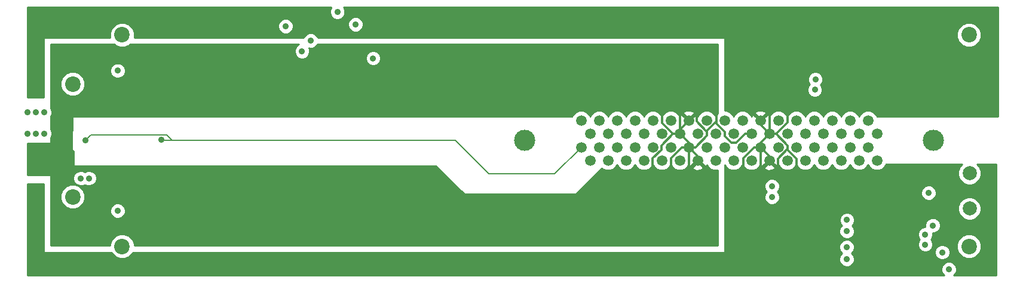
<source format=gbr>
G04 (created by PCBNEW (2013-mar-13)-testing) date Sat 16 Nov 2013 03:56:29 AM CET*
%MOIN*%
G04 Gerber Fmt 3.4, Leading zero omitted, Abs format*
%FSLAX34Y34*%
G01*
G70*
G90*
G04 APERTURE LIST*
%ADD10C,0.005906*%
%ADD11C,0.078740*%
%ADD12C,0.086614*%
%ADD13C,0.059055*%
%ADD14C,0.118110*%
%ADD15C,0.035000*%
%ADD16C,0.008200*%
%ADD17C,0.011811*%
%ADD18C,0.010000*%
G04 APERTURE END LIST*
G54D10*
G54D11*
X92550Y-54984D03*
X92550Y-53015D03*
G54D12*
X45275Y-45275D03*
X45275Y-57086D03*
X42519Y-48031D03*
X42519Y-54330D03*
G54D13*
X87383Y-50806D03*
X87383Y-52306D03*
X86883Y-50056D03*
X86883Y-51556D03*
X86383Y-50806D03*
X86383Y-52306D03*
X85883Y-50056D03*
X85883Y-51556D03*
X85383Y-50806D03*
X85383Y-52306D03*
X84883Y-50056D03*
X84883Y-51556D03*
X84383Y-50806D03*
X84383Y-52306D03*
X83883Y-50056D03*
X83883Y-51556D03*
X83383Y-50806D03*
X83383Y-52306D03*
X82883Y-50056D03*
X82883Y-51556D03*
X82383Y-50806D03*
X82383Y-52306D03*
X81883Y-50056D03*
X81883Y-51556D03*
X81383Y-50806D03*
X81383Y-52306D03*
X80883Y-50056D03*
X80883Y-51556D03*
X80383Y-50806D03*
X80383Y-52306D03*
X79883Y-50056D03*
X79883Y-51556D03*
X79383Y-50806D03*
X79383Y-52306D03*
X78883Y-50056D03*
X78883Y-51556D03*
X78383Y-50806D03*
X78383Y-52306D03*
X77883Y-50056D03*
X77883Y-51556D03*
X77383Y-50806D03*
X77383Y-52306D03*
X76883Y-50056D03*
X76883Y-51556D03*
X76383Y-50806D03*
X76383Y-52306D03*
X75883Y-50056D03*
X75883Y-51556D03*
X75383Y-50806D03*
X75383Y-52306D03*
X74883Y-50056D03*
X74883Y-51556D03*
X74383Y-50806D03*
X74383Y-52306D03*
X73883Y-50056D03*
X73883Y-51556D03*
X73383Y-50806D03*
X73383Y-52306D03*
X72883Y-50056D03*
X72883Y-51556D03*
X72383Y-50806D03*
X72383Y-52306D03*
X71883Y-50056D03*
X71883Y-51556D03*
X71383Y-50806D03*
X71383Y-52306D03*
X70883Y-50056D03*
X70883Y-51556D03*
G54D14*
X67733Y-51181D03*
X90533Y-51181D03*
G54D12*
X90551Y-51181D03*
X92519Y-45275D03*
X92519Y-57086D03*
G54D15*
X91030Y-57420D03*
X57290Y-44000D03*
X55310Y-46200D03*
X59280Y-46590D03*
X81530Y-54340D03*
X81530Y-53730D03*
X40452Y-50787D03*
X40000Y-49600D03*
X90080Y-56990D03*
X91399Y-58373D03*
X40944Y-49606D03*
X40452Y-49606D03*
X40944Y-50787D03*
X40000Y-50800D03*
X85705Y-57805D03*
X85715Y-55615D03*
X85705Y-57130D03*
X85705Y-56245D03*
X58300Y-44700D03*
X55800Y-45600D03*
X54400Y-44800D03*
X45030Y-47280D03*
X45030Y-55110D03*
X43428Y-53291D03*
X42973Y-53291D03*
X43246Y-51184D03*
X47471Y-51147D03*
X90080Y-56420D03*
X90500Y-55920D03*
X90270Y-54110D03*
X83920Y-48350D03*
X83950Y-47770D03*
X62500Y-44300D03*
X40354Y-47539D03*
X40354Y-47933D03*
X40452Y-54429D03*
X40452Y-54035D03*
X62500Y-46100D03*
X40944Y-52362D03*
X40452Y-52362D03*
X40944Y-51574D03*
X40452Y-51574D03*
G54D16*
X63484Y-51174D02*
X63870Y-51174D01*
X69388Y-53051D02*
X70883Y-51556D01*
X65748Y-53051D02*
X69388Y-53051D01*
X63870Y-51174D02*
X65748Y-53051D01*
X43246Y-51184D02*
X43246Y-51178D01*
X47768Y-50882D02*
X48060Y-51174D01*
X43542Y-50882D02*
X47768Y-50882D01*
X43246Y-51178D02*
X43542Y-50882D01*
X50160Y-51174D02*
X48060Y-51174D01*
X48060Y-51174D02*
X47498Y-51174D01*
X47498Y-51174D02*
X47471Y-51147D01*
X50160Y-51174D02*
X63484Y-51174D01*
X63484Y-51174D02*
X63490Y-51174D01*
X50160Y-51174D02*
X50180Y-51174D01*
G54D17*
X82381Y-51673D02*
X82913Y-52204D01*
X82913Y-52204D02*
X82913Y-52677D01*
X81752Y-50806D02*
X81752Y-50808D01*
X81850Y-52204D02*
X81850Y-52716D01*
X82401Y-51653D02*
X82381Y-51673D01*
X82381Y-51673D02*
X81850Y-52204D01*
X82401Y-51456D02*
X82401Y-51653D01*
X81752Y-50808D02*
X82401Y-51456D01*
X81383Y-50806D02*
X81752Y-50806D01*
X82401Y-50157D02*
X82401Y-49763D01*
X81752Y-50806D02*
X82401Y-50157D01*
X80883Y-51556D02*
X80530Y-51556D01*
X79921Y-52165D02*
X79921Y-52755D01*
X80530Y-51556D02*
X79921Y-52165D01*
X80883Y-51556D02*
X80883Y-52635D01*
X80883Y-52635D02*
X80905Y-52657D01*
X81383Y-50806D02*
X81383Y-49718D01*
X81383Y-49718D02*
X81397Y-49704D01*
X80883Y-51556D02*
X80883Y-51306D01*
X80883Y-51306D02*
X81383Y-50806D01*
X81383Y-52306D02*
X81383Y-52056D01*
X81383Y-52056D02*
X80883Y-51556D01*
X80883Y-50056D02*
X80883Y-50306D01*
X80883Y-50306D02*
X81383Y-50806D01*
X78425Y-50118D02*
X78425Y-50236D01*
X80020Y-50806D02*
X80383Y-50806D01*
X79527Y-51299D02*
X80020Y-50806D01*
X79251Y-51299D02*
X79527Y-51299D01*
X78897Y-50944D02*
X79251Y-51299D01*
X78897Y-50708D02*
X78897Y-50944D01*
X78425Y-50236D02*
X78897Y-50708D01*
X76883Y-51556D02*
X76883Y-52722D01*
X76883Y-52722D02*
X76850Y-52755D01*
X77913Y-50629D02*
X77834Y-50629D01*
X77322Y-50118D02*
X77322Y-49527D01*
X77834Y-50629D02*
X77322Y-50118D01*
X76883Y-51556D02*
X77262Y-51556D01*
X78425Y-50118D02*
X78425Y-49763D01*
X77913Y-50629D02*
X78425Y-50118D01*
X77913Y-50905D02*
X77913Y-50629D01*
X77262Y-51556D02*
X77913Y-50905D01*
X76002Y-50806D02*
X76002Y-50808D01*
X74881Y-52165D02*
X74881Y-52677D01*
X75354Y-51692D02*
X74881Y-52165D01*
X75354Y-51456D02*
X75354Y-51692D01*
X76002Y-50808D02*
X75354Y-51456D01*
X76883Y-51556D02*
X76495Y-51556D01*
X75885Y-52165D02*
X75885Y-52657D01*
X76495Y-51556D02*
X75885Y-52165D01*
X76383Y-50806D02*
X76002Y-50806D01*
X75393Y-50196D02*
X75393Y-49704D01*
X76002Y-50806D02*
X75393Y-50196D01*
X76383Y-50806D02*
X76383Y-49612D01*
X76383Y-49612D02*
X76377Y-49606D01*
X76383Y-50806D02*
X76383Y-50556D01*
X76383Y-50556D02*
X76883Y-50056D01*
X76883Y-51556D02*
X76883Y-51306D01*
X76883Y-51306D02*
X76383Y-50806D01*
X77383Y-52306D02*
X77383Y-52056D01*
X77383Y-52056D02*
X76883Y-51556D01*
G54D10*
G36*
X78493Y-57036D02*
X77695Y-57036D01*
X77695Y-52688D01*
X77383Y-52376D01*
X77072Y-52688D01*
X77098Y-52783D01*
X77303Y-52856D01*
X77519Y-52845D01*
X77668Y-52783D01*
X77695Y-52688D01*
X77695Y-57036D01*
X45958Y-57036D01*
X45958Y-56951D01*
X45855Y-56700D01*
X45663Y-56507D01*
X45455Y-56421D01*
X45455Y-55025D01*
X45390Y-54869D01*
X45271Y-54749D01*
X45114Y-54685D01*
X44945Y-54684D01*
X44789Y-54749D01*
X44669Y-54868D01*
X44605Y-55025D01*
X44604Y-55194D01*
X44669Y-55350D01*
X44788Y-55470D01*
X44945Y-55534D01*
X45114Y-55535D01*
X45270Y-55470D01*
X45390Y-55351D01*
X45454Y-55194D01*
X45455Y-55025D01*
X45455Y-56421D01*
X45412Y-56403D01*
X45140Y-56403D01*
X44889Y-56507D01*
X44696Y-56699D01*
X44592Y-56950D01*
X44592Y-57036D01*
X43853Y-57036D01*
X43853Y-53206D01*
X43788Y-53050D01*
X43669Y-52930D01*
X43512Y-52866D01*
X43343Y-52865D01*
X43200Y-52925D01*
X43057Y-52866D01*
X42888Y-52865D01*
X42732Y-52930D01*
X42612Y-53049D01*
X42548Y-53206D01*
X42547Y-53375D01*
X42612Y-53531D01*
X42731Y-53651D01*
X42888Y-53715D01*
X43057Y-53716D01*
X43200Y-53656D01*
X43343Y-53715D01*
X43512Y-53716D01*
X43668Y-53651D01*
X43788Y-53532D01*
X43852Y-53375D01*
X43853Y-53206D01*
X43853Y-57036D01*
X43202Y-57036D01*
X43202Y-54195D01*
X43099Y-53944D01*
X42907Y-53751D01*
X42656Y-53647D01*
X42384Y-53647D01*
X42133Y-53751D01*
X41940Y-53943D01*
X41836Y-54194D01*
X41836Y-54465D01*
X41940Y-54717D01*
X42132Y-54909D01*
X42383Y-55013D01*
X42654Y-55013D01*
X42906Y-54910D01*
X43098Y-54718D01*
X43202Y-54467D01*
X43202Y-54195D01*
X43202Y-57036D01*
X41290Y-57036D01*
X41290Y-53099D01*
X40010Y-53099D01*
X40010Y-51329D01*
X41290Y-51329D01*
X41290Y-51043D01*
X41304Y-51028D01*
X41369Y-50872D01*
X41369Y-50703D01*
X41305Y-50546D01*
X41290Y-50531D01*
X41290Y-49862D01*
X41304Y-49847D01*
X41369Y-49691D01*
X41369Y-49522D01*
X41305Y-49365D01*
X41290Y-49350D01*
X41290Y-45817D01*
X44851Y-45817D01*
X44888Y-45854D01*
X45139Y-45958D01*
X45410Y-45958D01*
X45662Y-45855D01*
X45699Y-45817D01*
X55122Y-45817D01*
X55069Y-45839D01*
X54949Y-45958D01*
X54885Y-46115D01*
X54884Y-46284D01*
X54949Y-46440D01*
X55068Y-46560D01*
X55225Y-46624D01*
X55394Y-46625D01*
X55550Y-46560D01*
X55670Y-46441D01*
X55734Y-46284D01*
X55735Y-46115D01*
X55693Y-46016D01*
X55715Y-46024D01*
X55884Y-46025D01*
X56040Y-45960D01*
X56160Y-45841D01*
X56169Y-45817D01*
X78493Y-45817D01*
X78493Y-49675D01*
X78421Y-49746D01*
X78383Y-49838D01*
X78346Y-49747D01*
X78193Y-49594D01*
X77992Y-49510D01*
X77775Y-49510D01*
X77575Y-49593D01*
X77421Y-49746D01*
X77386Y-49832D01*
X77361Y-49771D01*
X77266Y-49744D01*
X77159Y-49851D01*
X77017Y-49851D01*
X77195Y-49673D01*
X77168Y-49578D01*
X76964Y-49506D01*
X76747Y-49517D01*
X76598Y-49578D01*
X76572Y-49673D01*
X76750Y-49851D01*
X76608Y-49851D01*
X76501Y-49744D01*
X76406Y-49771D01*
X76383Y-49836D01*
X76346Y-49747D01*
X76193Y-49594D01*
X75992Y-49510D01*
X75775Y-49510D01*
X75575Y-49593D01*
X75421Y-49746D01*
X75383Y-49838D01*
X75346Y-49747D01*
X75193Y-49594D01*
X74992Y-49510D01*
X74775Y-49510D01*
X74575Y-49593D01*
X74421Y-49746D01*
X74383Y-49838D01*
X74346Y-49747D01*
X74193Y-49594D01*
X73992Y-49510D01*
X73775Y-49510D01*
X73575Y-49593D01*
X73421Y-49746D01*
X73383Y-49838D01*
X73346Y-49747D01*
X73193Y-49594D01*
X72992Y-49510D01*
X72775Y-49510D01*
X72575Y-49593D01*
X72421Y-49746D01*
X72383Y-49838D01*
X72346Y-49747D01*
X72193Y-49594D01*
X71992Y-49510D01*
X71775Y-49510D01*
X71575Y-49593D01*
X71421Y-49746D01*
X71383Y-49838D01*
X71346Y-49747D01*
X71193Y-49594D01*
X70992Y-49510D01*
X70775Y-49510D01*
X70575Y-49593D01*
X70421Y-49746D01*
X70378Y-49851D01*
X59705Y-49851D01*
X59705Y-46505D01*
X59640Y-46349D01*
X59521Y-46229D01*
X59364Y-46165D01*
X59195Y-46164D01*
X59039Y-46229D01*
X58919Y-46348D01*
X58855Y-46505D01*
X58854Y-46674D01*
X58919Y-46830D01*
X59038Y-46950D01*
X59195Y-47014D01*
X59364Y-47015D01*
X59520Y-46950D01*
X59640Y-46831D01*
X59704Y-46674D01*
X59705Y-46505D01*
X59705Y-49851D01*
X45455Y-49851D01*
X45455Y-47195D01*
X45390Y-47039D01*
X45271Y-46919D01*
X45114Y-46855D01*
X44945Y-46854D01*
X44789Y-46919D01*
X44669Y-47038D01*
X44605Y-47195D01*
X44604Y-47364D01*
X44669Y-47520D01*
X44788Y-47640D01*
X44945Y-47704D01*
X45114Y-47705D01*
X45270Y-47640D01*
X45390Y-47521D01*
X45454Y-47364D01*
X45455Y-47195D01*
X45455Y-49851D01*
X43202Y-49851D01*
X43202Y-47896D01*
X43099Y-47645D01*
X42907Y-47452D01*
X42656Y-47348D01*
X42384Y-47348D01*
X42133Y-47452D01*
X41940Y-47644D01*
X41836Y-47895D01*
X41836Y-48166D01*
X41940Y-48417D01*
X42132Y-48610D01*
X42383Y-48714D01*
X42654Y-48714D01*
X42906Y-48610D01*
X43098Y-48418D01*
X43202Y-48167D01*
X43202Y-47896D01*
X43202Y-49851D01*
X42506Y-49851D01*
X42512Y-50649D01*
X42464Y-50677D01*
X42464Y-51707D01*
X42568Y-51768D01*
X42568Y-52609D01*
X62774Y-52609D01*
X64349Y-54183D01*
X70591Y-54183D01*
X72040Y-52734D01*
X72074Y-52768D01*
X72274Y-52851D01*
X72491Y-52851D01*
X72692Y-52768D01*
X72845Y-52615D01*
X72883Y-52523D01*
X72921Y-52614D01*
X73074Y-52768D01*
X73274Y-52851D01*
X73491Y-52851D01*
X73692Y-52768D01*
X73845Y-52615D01*
X73883Y-52523D01*
X73921Y-52614D01*
X74074Y-52768D01*
X74274Y-52851D01*
X74491Y-52851D01*
X74692Y-52768D01*
X74845Y-52615D01*
X74883Y-52523D01*
X74921Y-52614D01*
X75074Y-52768D01*
X75274Y-52851D01*
X75491Y-52851D01*
X75692Y-52768D01*
X75845Y-52615D01*
X75883Y-52523D01*
X75921Y-52614D01*
X76074Y-52768D01*
X76274Y-52851D01*
X76491Y-52851D01*
X76692Y-52768D01*
X76845Y-52615D01*
X76881Y-52530D01*
X76906Y-52591D01*
X77001Y-52617D01*
X77313Y-52306D01*
X77307Y-52300D01*
X77375Y-52232D01*
X77381Y-52232D01*
X77383Y-52235D01*
X77386Y-52232D01*
X77392Y-52232D01*
X77460Y-52300D01*
X77454Y-52306D01*
X77766Y-52617D01*
X77861Y-52591D01*
X77884Y-52525D01*
X77921Y-52614D01*
X78074Y-52768D01*
X78274Y-52851D01*
X78491Y-52851D01*
X78493Y-52850D01*
X78493Y-57036D01*
X78493Y-57036D01*
G37*
G54D18*
X78493Y-57036D02*
X77695Y-57036D01*
X77695Y-52688D01*
X77383Y-52376D01*
X77072Y-52688D01*
X77098Y-52783D01*
X77303Y-52856D01*
X77519Y-52845D01*
X77668Y-52783D01*
X77695Y-52688D01*
X77695Y-57036D01*
X45958Y-57036D01*
X45958Y-56951D01*
X45855Y-56700D01*
X45663Y-56507D01*
X45455Y-56421D01*
X45455Y-55025D01*
X45390Y-54869D01*
X45271Y-54749D01*
X45114Y-54685D01*
X44945Y-54684D01*
X44789Y-54749D01*
X44669Y-54868D01*
X44605Y-55025D01*
X44604Y-55194D01*
X44669Y-55350D01*
X44788Y-55470D01*
X44945Y-55534D01*
X45114Y-55535D01*
X45270Y-55470D01*
X45390Y-55351D01*
X45454Y-55194D01*
X45455Y-55025D01*
X45455Y-56421D01*
X45412Y-56403D01*
X45140Y-56403D01*
X44889Y-56507D01*
X44696Y-56699D01*
X44592Y-56950D01*
X44592Y-57036D01*
X43853Y-57036D01*
X43853Y-53206D01*
X43788Y-53050D01*
X43669Y-52930D01*
X43512Y-52866D01*
X43343Y-52865D01*
X43200Y-52925D01*
X43057Y-52866D01*
X42888Y-52865D01*
X42732Y-52930D01*
X42612Y-53049D01*
X42548Y-53206D01*
X42547Y-53375D01*
X42612Y-53531D01*
X42731Y-53651D01*
X42888Y-53715D01*
X43057Y-53716D01*
X43200Y-53656D01*
X43343Y-53715D01*
X43512Y-53716D01*
X43668Y-53651D01*
X43788Y-53532D01*
X43852Y-53375D01*
X43853Y-53206D01*
X43853Y-57036D01*
X43202Y-57036D01*
X43202Y-54195D01*
X43099Y-53944D01*
X42907Y-53751D01*
X42656Y-53647D01*
X42384Y-53647D01*
X42133Y-53751D01*
X41940Y-53943D01*
X41836Y-54194D01*
X41836Y-54465D01*
X41940Y-54717D01*
X42132Y-54909D01*
X42383Y-55013D01*
X42654Y-55013D01*
X42906Y-54910D01*
X43098Y-54718D01*
X43202Y-54467D01*
X43202Y-54195D01*
X43202Y-57036D01*
X41290Y-57036D01*
X41290Y-53099D01*
X40010Y-53099D01*
X40010Y-51329D01*
X41290Y-51329D01*
X41290Y-51043D01*
X41304Y-51028D01*
X41369Y-50872D01*
X41369Y-50703D01*
X41305Y-50546D01*
X41290Y-50531D01*
X41290Y-49862D01*
X41304Y-49847D01*
X41369Y-49691D01*
X41369Y-49522D01*
X41305Y-49365D01*
X41290Y-49350D01*
X41290Y-45817D01*
X44851Y-45817D01*
X44888Y-45854D01*
X45139Y-45958D01*
X45410Y-45958D01*
X45662Y-45855D01*
X45699Y-45817D01*
X55122Y-45817D01*
X55069Y-45839D01*
X54949Y-45958D01*
X54885Y-46115D01*
X54884Y-46284D01*
X54949Y-46440D01*
X55068Y-46560D01*
X55225Y-46624D01*
X55394Y-46625D01*
X55550Y-46560D01*
X55670Y-46441D01*
X55734Y-46284D01*
X55735Y-46115D01*
X55693Y-46016D01*
X55715Y-46024D01*
X55884Y-46025D01*
X56040Y-45960D01*
X56160Y-45841D01*
X56169Y-45817D01*
X78493Y-45817D01*
X78493Y-49675D01*
X78421Y-49746D01*
X78383Y-49838D01*
X78346Y-49747D01*
X78193Y-49594D01*
X77992Y-49510D01*
X77775Y-49510D01*
X77575Y-49593D01*
X77421Y-49746D01*
X77386Y-49832D01*
X77361Y-49771D01*
X77266Y-49744D01*
X77159Y-49851D01*
X77017Y-49851D01*
X77195Y-49673D01*
X77168Y-49578D01*
X76964Y-49506D01*
X76747Y-49517D01*
X76598Y-49578D01*
X76572Y-49673D01*
X76750Y-49851D01*
X76608Y-49851D01*
X76501Y-49744D01*
X76406Y-49771D01*
X76383Y-49836D01*
X76346Y-49747D01*
X76193Y-49594D01*
X75992Y-49510D01*
X75775Y-49510D01*
X75575Y-49593D01*
X75421Y-49746D01*
X75383Y-49838D01*
X75346Y-49747D01*
X75193Y-49594D01*
X74992Y-49510D01*
X74775Y-49510D01*
X74575Y-49593D01*
X74421Y-49746D01*
X74383Y-49838D01*
X74346Y-49747D01*
X74193Y-49594D01*
X73992Y-49510D01*
X73775Y-49510D01*
X73575Y-49593D01*
X73421Y-49746D01*
X73383Y-49838D01*
X73346Y-49747D01*
X73193Y-49594D01*
X72992Y-49510D01*
X72775Y-49510D01*
X72575Y-49593D01*
X72421Y-49746D01*
X72383Y-49838D01*
X72346Y-49747D01*
X72193Y-49594D01*
X71992Y-49510D01*
X71775Y-49510D01*
X71575Y-49593D01*
X71421Y-49746D01*
X71383Y-49838D01*
X71346Y-49747D01*
X71193Y-49594D01*
X70992Y-49510D01*
X70775Y-49510D01*
X70575Y-49593D01*
X70421Y-49746D01*
X70378Y-49851D01*
X59705Y-49851D01*
X59705Y-46505D01*
X59640Y-46349D01*
X59521Y-46229D01*
X59364Y-46165D01*
X59195Y-46164D01*
X59039Y-46229D01*
X58919Y-46348D01*
X58855Y-46505D01*
X58854Y-46674D01*
X58919Y-46830D01*
X59038Y-46950D01*
X59195Y-47014D01*
X59364Y-47015D01*
X59520Y-46950D01*
X59640Y-46831D01*
X59704Y-46674D01*
X59705Y-46505D01*
X59705Y-49851D01*
X45455Y-49851D01*
X45455Y-47195D01*
X45390Y-47039D01*
X45271Y-46919D01*
X45114Y-46855D01*
X44945Y-46854D01*
X44789Y-46919D01*
X44669Y-47038D01*
X44605Y-47195D01*
X44604Y-47364D01*
X44669Y-47520D01*
X44788Y-47640D01*
X44945Y-47704D01*
X45114Y-47705D01*
X45270Y-47640D01*
X45390Y-47521D01*
X45454Y-47364D01*
X45455Y-47195D01*
X45455Y-49851D01*
X43202Y-49851D01*
X43202Y-47896D01*
X43099Y-47645D01*
X42907Y-47452D01*
X42656Y-47348D01*
X42384Y-47348D01*
X42133Y-47452D01*
X41940Y-47644D01*
X41836Y-47895D01*
X41836Y-48166D01*
X41940Y-48417D01*
X42132Y-48610D01*
X42383Y-48714D01*
X42654Y-48714D01*
X42906Y-48610D01*
X43098Y-48418D01*
X43202Y-48167D01*
X43202Y-47896D01*
X43202Y-49851D01*
X42506Y-49851D01*
X42512Y-50649D01*
X42464Y-50677D01*
X42464Y-51707D01*
X42568Y-51768D01*
X42568Y-52609D01*
X62774Y-52609D01*
X64349Y-54183D01*
X70591Y-54183D01*
X72040Y-52734D01*
X72074Y-52768D01*
X72274Y-52851D01*
X72491Y-52851D01*
X72692Y-52768D01*
X72845Y-52615D01*
X72883Y-52523D01*
X72921Y-52614D01*
X73074Y-52768D01*
X73274Y-52851D01*
X73491Y-52851D01*
X73692Y-52768D01*
X73845Y-52615D01*
X73883Y-52523D01*
X73921Y-52614D01*
X74074Y-52768D01*
X74274Y-52851D01*
X74491Y-52851D01*
X74692Y-52768D01*
X74845Y-52615D01*
X74883Y-52523D01*
X74921Y-52614D01*
X75074Y-52768D01*
X75274Y-52851D01*
X75491Y-52851D01*
X75692Y-52768D01*
X75845Y-52615D01*
X75883Y-52523D01*
X75921Y-52614D01*
X76074Y-52768D01*
X76274Y-52851D01*
X76491Y-52851D01*
X76692Y-52768D01*
X76845Y-52615D01*
X76881Y-52530D01*
X76906Y-52591D01*
X77001Y-52617D01*
X77313Y-52306D01*
X77307Y-52300D01*
X77375Y-52232D01*
X77381Y-52232D01*
X77383Y-52235D01*
X77386Y-52232D01*
X77392Y-52232D01*
X77460Y-52300D01*
X77454Y-52306D01*
X77766Y-52617D01*
X77861Y-52591D01*
X77884Y-52525D01*
X77921Y-52614D01*
X78074Y-52768D01*
X78274Y-52851D01*
X78491Y-52851D01*
X78493Y-52850D01*
X78493Y-57036D01*
G54D10*
G36*
X94142Y-49851D02*
X93202Y-49851D01*
X93202Y-45140D01*
X93099Y-44889D01*
X92907Y-44696D01*
X92656Y-44592D01*
X92384Y-44592D01*
X92133Y-44696D01*
X91940Y-44888D01*
X91836Y-45139D01*
X91836Y-45410D01*
X91940Y-45662D01*
X92132Y-45854D01*
X92383Y-45958D01*
X92654Y-45958D01*
X92906Y-45855D01*
X93098Y-45663D01*
X93202Y-45412D01*
X93202Y-45140D01*
X93202Y-49851D01*
X87389Y-49851D01*
X87346Y-49747D01*
X87193Y-49594D01*
X86992Y-49510D01*
X86775Y-49510D01*
X86575Y-49593D01*
X86421Y-49746D01*
X86383Y-49838D01*
X86346Y-49747D01*
X86193Y-49594D01*
X85992Y-49510D01*
X85775Y-49510D01*
X85575Y-49593D01*
X85421Y-49746D01*
X85383Y-49838D01*
X85346Y-49747D01*
X85193Y-49594D01*
X84992Y-49510D01*
X84775Y-49510D01*
X84575Y-49593D01*
X84421Y-49746D01*
X84383Y-49838D01*
X84375Y-49817D01*
X84375Y-47685D01*
X84310Y-47529D01*
X84191Y-47409D01*
X84034Y-47345D01*
X83865Y-47344D01*
X83709Y-47409D01*
X83589Y-47528D01*
X83525Y-47685D01*
X83524Y-47854D01*
X83589Y-48010D01*
X83623Y-48044D01*
X83559Y-48108D01*
X83495Y-48265D01*
X83494Y-48434D01*
X83559Y-48590D01*
X83678Y-48710D01*
X83835Y-48774D01*
X84004Y-48775D01*
X84160Y-48710D01*
X84280Y-48591D01*
X84344Y-48434D01*
X84345Y-48265D01*
X84280Y-48109D01*
X84246Y-48075D01*
X84310Y-48011D01*
X84374Y-47854D01*
X84375Y-47685D01*
X84375Y-49817D01*
X84346Y-49747D01*
X84193Y-49594D01*
X83992Y-49510D01*
X83775Y-49510D01*
X83575Y-49593D01*
X83421Y-49746D01*
X83383Y-49838D01*
X83346Y-49747D01*
X83193Y-49594D01*
X82992Y-49510D01*
X82775Y-49510D01*
X82575Y-49593D01*
X82421Y-49746D01*
X82383Y-49838D01*
X82346Y-49747D01*
X82193Y-49594D01*
X81992Y-49510D01*
X81775Y-49510D01*
X81575Y-49593D01*
X81421Y-49746D01*
X81386Y-49832D01*
X81361Y-49771D01*
X81266Y-49744D01*
X81159Y-49851D01*
X81017Y-49851D01*
X81195Y-49673D01*
X81168Y-49578D01*
X80964Y-49506D01*
X80747Y-49517D01*
X80598Y-49578D01*
X80572Y-49673D01*
X80750Y-49851D01*
X80608Y-49851D01*
X80501Y-49744D01*
X80406Y-49771D01*
X80383Y-49836D01*
X80346Y-49747D01*
X80193Y-49594D01*
X79992Y-49510D01*
X79775Y-49510D01*
X79575Y-49593D01*
X79421Y-49746D01*
X79383Y-49838D01*
X79346Y-49747D01*
X79193Y-49594D01*
X78992Y-49510D01*
X78888Y-49510D01*
X78888Y-45422D01*
X58725Y-45422D01*
X58725Y-44615D01*
X58660Y-44459D01*
X58541Y-44339D01*
X58384Y-44275D01*
X58215Y-44274D01*
X58059Y-44339D01*
X57939Y-44458D01*
X57875Y-44615D01*
X57874Y-44784D01*
X57939Y-44940D01*
X58058Y-45060D01*
X58215Y-45124D01*
X58384Y-45125D01*
X58540Y-45060D01*
X58660Y-44941D01*
X58724Y-44784D01*
X58725Y-44615D01*
X58725Y-45422D01*
X56186Y-45422D01*
X56160Y-45359D01*
X56041Y-45239D01*
X55884Y-45175D01*
X55715Y-45174D01*
X55559Y-45239D01*
X55439Y-45358D01*
X55413Y-45422D01*
X54825Y-45422D01*
X54825Y-44715D01*
X54760Y-44559D01*
X54641Y-44439D01*
X54484Y-44375D01*
X54315Y-44374D01*
X54159Y-44439D01*
X54039Y-44558D01*
X53975Y-44715D01*
X53974Y-44884D01*
X54039Y-45040D01*
X54158Y-45160D01*
X54315Y-45224D01*
X54484Y-45225D01*
X54640Y-45160D01*
X54760Y-45041D01*
X54824Y-44884D01*
X54825Y-44715D01*
X54825Y-45422D01*
X45954Y-45422D01*
X45958Y-45412D01*
X45958Y-45140D01*
X45855Y-44889D01*
X45663Y-44696D01*
X45412Y-44592D01*
X45140Y-44592D01*
X44889Y-44696D01*
X44696Y-44888D01*
X44592Y-45139D01*
X44592Y-45410D01*
X44597Y-45422D01*
X40894Y-45422D01*
X40894Y-48768D01*
X40010Y-48768D01*
X40010Y-43750D01*
X56938Y-43750D01*
X56929Y-43758D01*
X56865Y-43915D01*
X56864Y-44084D01*
X56929Y-44240D01*
X57048Y-44360D01*
X57205Y-44424D01*
X57374Y-44425D01*
X57530Y-44360D01*
X57650Y-44241D01*
X57714Y-44084D01*
X57715Y-43915D01*
X57650Y-43759D01*
X57641Y-43750D01*
X94142Y-43750D01*
X94142Y-49851D01*
X94142Y-49851D01*
G37*
G54D18*
X94142Y-49851D02*
X93202Y-49851D01*
X93202Y-45140D01*
X93099Y-44889D01*
X92907Y-44696D01*
X92656Y-44592D01*
X92384Y-44592D01*
X92133Y-44696D01*
X91940Y-44888D01*
X91836Y-45139D01*
X91836Y-45410D01*
X91940Y-45662D01*
X92132Y-45854D01*
X92383Y-45958D01*
X92654Y-45958D01*
X92906Y-45855D01*
X93098Y-45663D01*
X93202Y-45412D01*
X93202Y-45140D01*
X93202Y-49851D01*
X87389Y-49851D01*
X87346Y-49747D01*
X87193Y-49594D01*
X86992Y-49510D01*
X86775Y-49510D01*
X86575Y-49593D01*
X86421Y-49746D01*
X86383Y-49838D01*
X86346Y-49747D01*
X86193Y-49594D01*
X85992Y-49510D01*
X85775Y-49510D01*
X85575Y-49593D01*
X85421Y-49746D01*
X85383Y-49838D01*
X85346Y-49747D01*
X85193Y-49594D01*
X84992Y-49510D01*
X84775Y-49510D01*
X84575Y-49593D01*
X84421Y-49746D01*
X84383Y-49838D01*
X84375Y-49817D01*
X84375Y-47685D01*
X84310Y-47529D01*
X84191Y-47409D01*
X84034Y-47345D01*
X83865Y-47344D01*
X83709Y-47409D01*
X83589Y-47528D01*
X83525Y-47685D01*
X83524Y-47854D01*
X83589Y-48010D01*
X83623Y-48044D01*
X83559Y-48108D01*
X83495Y-48265D01*
X83494Y-48434D01*
X83559Y-48590D01*
X83678Y-48710D01*
X83835Y-48774D01*
X84004Y-48775D01*
X84160Y-48710D01*
X84280Y-48591D01*
X84344Y-48434D01*
X84345Y-48265D01*
X84280Y-48109D01*
X84246Y-48075D01*
X84310Y-48011D01*
X84374Y-47854D01*
X84375Y-47685D01*
X84375Y-49817D01*
X84346Y-49747D01*
X84193Y-49594D01*
X83992Y-49510D01*
X83775Y-49510D01*
X83575Y-49593D01*
X83421Y-49746D01*
X83383Y-49838D01*
X83346Y-49747D01*
X83193Y-49594D01*
X82992Y-49510D01*
X82775Y-49510D01*
X82575Y-49593D01*
X82421Y-49746D01*
X82383Y-49838D01*
X82346Y-49747D01*
X82193Y-49594D01*
X81992Y-49510D01*
X81775Y-49510D01*
X81575Y-49593D01*
X81421Y-49746D01*
X81386Y-49832D01*
X81361Y-49771D01*
X81266Y-49744D01*
X81159Y-49851D01*
X81017Y-49851D01*
X81195Y-49673D01*
X81168Y-49578D01*
X80964Y-49506D01*
X80747Y-49517D01*
X80598Y-49578D01*
X80572Y-49673D01*
X80750Y-49851D01*
X80608Y-49851D01*
X80501Y-49744D01*
X80406Y-49771D01*
X80383Y-49836D01*
X80346Y-49747D01*
X80193Y-49594D01*
X79992Y-49510D01*
X79775Y-49510D01*
X79575Y-49593D01*
X79421Y-49746D01*
X79383Y-49838D01*
X79346Y-49747D01*
X79193Y-49594D01*
X78992Y-49510D01*
X78888Y-49510D01*
X78888Y-45422D01*
X58725Y-45422D01*
X58725Y-44615D01*
X58660Y-44459D01*
X58541Y-44339D01*
X58384Y-44275D01*
X58215Y-44274D01*
X58059Y-44339D01*
X57939Y-44458D01*
X57875Y-44615D01*
X57874Y-44784D01*
X57939Y-44940D01*
X58058Y-45060D01*
X58215Y-45124D01*
X58384Y-45125D01*
X58540Y-45060D01*
X58660Y-44941D01*
X58724Y-44784D01*
X58725Y-44615D01*
X58725Y-45422D01*
X56186Y-45422D01*
X56160Y-45359D01*
X56041Y-45239D01*
X55884Y-45175D01*
X55715Y-45174D01*
X55559Y-45239D01*
X55439Y-45358D01*
X55413Y-45422D01*
X54825Y-45422D01*
X54825Y-44715D01*
X54760Y-44559D01*
X54641Y-44439D01*
X54484Y-44375D01*
X54315Y-44374D01*
X54159Y-44439D01*
X54039Y-44558D01*
X53975Y-44715D01*
X53974Y-44884D01*
X54039Y-45040D01*
X54158Y-45160D01*
X54315Y-45224D01*
X54484Y-45225D01*
X54640Y-45160D01*
X54760Y-45041D01*
X54824Y-44884D01*
X54825Y-44715D01*
X54825Y-45422D01*
X45954Y-45422D01*
X45958Y-45412D01*
X45958Y-45140D01*
X45855Y-44889D01*
X45663Y-44696D01*
X45412Y-44592D01*
X45140Y-44592D01*
X44889Y-44696D01*
X44696Y-44888D01*
X44592Y-45139D01*
X44592Y-45410D01*
X44597Y-45422D01*
X40894Y-45422D01*
X40894Y-48768D01*
X40010Y-48768D01*
X40010Y-43750D01*
X56938Y-43750D01*
X56929Y-43758D01*
X56865Y-43915D01*
X56864Y-44084D01*
X56929Y-44240D01*
X57048Y-44360D01*
X57205Y-44424D01*
X57374Y-44425D01*
X57530Y-44360D01*
X57650Y-44241D01*
X57714Y-44084D01*
X57715Y-43915D01*
X57650Y-43759D01*
X57641Y-43750D01*
X94142Y-43750D01*
X94142Y-49851D01*
G54D10*
G36*
X94044Y-58709D02*
X93202Y-58709D01*
X93202Y-56951D01*
X93193Y-56929D01*
X93193Y-54856D01*
X93096Y-54620D01*
X92915Y-54438D01*
X92678Y-54340D01*
X92422Y-54340D01*
X92185Y-54438D01*
X92004Y-54619D01*
X91906Y-54855D01*
X91906Y-55111D01*
X92003Y-55348D01*
X92184Y-55529D01*
X92421Y-55627D01*
X92677Y-55628D01*
X92914Y-55530D01*
X93095Y-55349D01*
X93193Y-55112D01*
X93193Y-54856D01*
X93193Y-56929D01*
X93099Y-56700D01*
X92907Y-56507D01*
X92656Y-56403D01*
X92384Y-56403D01*
X92133Y-56507D01*
X91940Y-56699D01*
X91836Y-56950D01*
X91836Y-57221D01*
X91940Y-57473D01*
X92132Y-57665D01*
X92383Y-57769D01*
X92654Y-57769D01*
X92906Y-57666D01*
X93098Y-57474D01*
X93202Y-57223D01*
X93202Y-56951D01*
X93202Y-58709D01*
X91663Y-58709D01*
X91759Y-58614D01*
X91823Y-58457D01*
X91824Y-58288D01*
X91759Y-58132D01*
X91640Y-58012D01*
X91483Y-57948D01*
X91455Y-57948D01*
X91455Y-57335D01*
X91390Y-57179D01*
X91271Y-57059D01*
X91114Y-56995D01*
X90945Y-56994D01*
X90925Y-57003D01*
X90925Y-55835D01*
X90860Y-55679D01*
X90741Y-55559D01*
X90695Y-55540D01*
X90695Y-54025D01*
X90630Y-53869D01*
X90511Y-53749D01*
X90354Y-53685D01*
X90185Y-53684D01*
X90029Y-53749D01*
X89909Y-53868D01*
X89845Y-54025D01*
X89844Y-54194D01*
X89909Y-54350D01*
X90028Y-54470D01*
X90185Y-54534D01*
X90354Y-54535D01*
X90510Y-54470D01*
X90630Y-54351D01*
X90694Y-54194D01*
X90695Y-54025D01*
X90695Y-55540D01*
X90584Y-55495D01*
X90415Y-55494D01*
X90259Y-55559D01*
X90139Y-55678D01*
X90075Y-55835D01*
X90074Y-55994D01*
X89995Y-55994D01*
X89839Y-56059D01*
X89719Y-56178D01*
X89655Y-56335D01*
X89654Y-56504D01*
X89719Y-56660D01*
X89763Y-56704D01*
X89719Y-56748D01*
X89655Y-56905D01*
X89654Y-57074D01*
X89719Y-57230D01*
X89838Y-57350D01*
X89995Y-57414D01*
X90164Y-57415D01*
X90320Y-57350D01*
X90440Y-57231D01*
X90504Y-57074D01*
X90505Y-56905D01*
X90440Y-56749D01*
X90396Y-56705D01*
X90440Y-56661D01*
X90504Y-56504D01*
X90505Y-56345D01*
X90584Y-56345D01*
X90740Y-56280D01*
X90860Y-56161D01*
X90924Y-56004D01*
X90925Y-55835D01*
X90925Y-57003D01*
X90789Y-57059D01*
X90669Y-57178D01*
X90605Y-57335D01*
X90604Y-57504D01*
X90669Y-57660D01*
X90788Y-57780D01*
X90945Y-57844D01*
X91114Y-57845D01*
X91270Y-57780D01*
X91390Y-57661D01*
X91454Y-57504D01*
X91455Y-57335D01*
X91455Y-57948D01*
X91314Y-57947D01*
X91158Y-58012D01*
X91038Y-58131D01*
X90974Y-58288D01*
X90973Y-58457D01*
X91038Y-58613D01*
X91134Y-58709D01*
X86140Y-58709D01*
X86140Y-55530D01*
X86075Y-55374D01*
X85956Y-55254D01*
X85799Y-55190D01*
X85630Y-55189D01*
X85474Y-55254D01*
X85354Y-55373D01*
X85290Y-55530D01*
X85289Y-55699D01*
X85354Y-55855D01*
X85423Y-55925D01*
X85344Y-56003D01*
X85280Y-56160D01*
X85279Y-56329D01*
X85344Y-56485D01*
X85463Y-56605D01*
X85620Y-56669D01*
X85789Y-56670D01*
X85945Y-56605D01*
X86065Y-56486D01*
X86129Y-56329D01*
X86130Y-56160D01*
X86065Y-56004D01*
X85996Y-55934D01*
X86075Y-55856D01*
X86139Y-55699D01*
X86140Y-55530D01*
X86140Y-58709D01*
X86130Y-58709D01*
X86130Y-57720D01*
X86065Y-57564D01*
X85968Y-57467D01*
X86065Y-57371D01*
X86129Y-57214D01*
X86130Y-57045D01*
X86065Y-56889D01*
X85946Y-56769D01*
X85789Y-56705D01*
X85620Y-56704D01*
X85464Y-56769D01*
X85344Y-56888D01*
X85280Y-57045D01*
X85279Y-57214D01*
X85344Y-57370D01*
X85441Y-57467D01*
X85344Y-57563D01*
X85280Y-57720D01*
X85279Y-57889D01*
X85344Y-58045D01*
X85463Y-58165D01*
X85620Y-58229D01*
X85789Y-58230D01*
X85945Y-58165D01*
X86065Y-58046D01*
X86129Y-57889D01*
X86130Y-57720D01*
X86130Y-58709D01*
X81955Y-58709D01*
X81955Y-54255D01*
X81890Y-54099D01*
X81826Y-54034D01*
X81890Y-53971D01*
X81954Y-53814D01*
X81955Y-53645D01*
X81890Y-53489D01*
X81771Y-53369D01*
X81614Y-53305D01*
X81445Y-53304D01*
X81289Y-53369D01*
X81169Y-53488D01*
X81105Y-53645D01*
X81104Y-53814D01*
X81169Y-53970D01*
X81233Y-54035D01*
X81169Y-54098D01*
X81105Y-54255D01*
X81104Y-54424D01*
X81169Y-54580D01*
X81288Y-54700D01*
X81445Y-54764D01*
X81614Y-54765D01*
X81770Y-54700D01*
X81890Y-54581D01*
X81954Y-54424D01*
X81955Y-54255D01*
X81955Y-58709D01*
X45275Y-58709D01*
X45078Y-58709D01*
X40010Y-58709D01*
X40010Y-53593D01*
X40894Y-53593D01*
X40894Y-57431D01*
X44679Y-57431D01*
X44696Y-57473D01*
X44888Y-57665D01*
X45139Y-57769D01*
X45410Y-57769D01*
X45662Y-57666D01*
X45854Y-57474D01*
X45871Y-57431D01*
X78888Y-57431D01*
X78888Y-52535D01*
X78921Y-52614D01*
X79074Y-52768D01*
X79274Y-52851D01*
X79491Y-52851D01*
X79692Y-52768D01*
X79845Y-52615D01*
X79883Y-52523D01*
X79921Y-52614D01*
X80074Y-52768D01*
X80274Y-52851D01*
X80491Y-52851D01*
X80692Y-52768D01*
X80845Y-52615D01*
X80881Y-52530D01*
X80906Y-52591D01*
X81001Y-52617D01*
X81108Y-52510D01*
X81250Y-52510D01*
X81072Y-52688D01*
X81098Y-52783D01*
X81303Y-52856D01*
X81519Y-52845D01*
X81668Y-52783D01*
X81695Y-52688D01*
X81517Y-52510D01*
X81659Y-52510D01*
X81766Y-52617D01*
X81861Y-52591D01*
X81884Y-52525D01*
X81921Y-52614D01*
X82074Y-52768D01*
X82274Y-52851D01*
X82491Y-52851D01*
X82692Y-52768D01*
X82845Y-52615D01*
X82883Y-52523D01*
X82921Y-52614D01*
X83074Y-52768D01*
X83274Y-52851D01*
X83491Y-52851D01*
X83692Y-52768D01*
X83845Y-52615D01*
X83883Y-52523D01*
X83921Y-52614D01*
X84074Y-52768D01*
X84274Y-52851D01*
X84491Y-52851D01*
X84692Y-52768D01*
X84845Y-52615D01*
X84883Y-52523D01*
X84921Y-52614D01*
X85074Y-52768D01*
X85274Y-52851D01*
X85491Y-52851D01*
X85692Y-52768D01*
X85845Y-52615D01*
X85883Y-52523D01*
X85921Y-52614D01*
X86074Y-52768D01*
X86274Y-52851D01*
X86491Y-52851D01*
X86692Y-52768D01*
X86845Y-52615D01*
X86883Y-52523D01*
X86921Y-52614D01*
X87074Y-52768D01*
X87274Y-52851D01*
X87491Y-52851D01*
X87692Y-52768D01*
X87845Y-52615D01*
X87889Y-52510D01*
X92144Y-52510D01*
X92004Y-52650D01*
X91906Y-52887D01*
X91906Y-53143D01*
X92003Y-53379D01*
X92184Y-53561D01*
X92421Y-53659D01*
X92677Y-53659D01*
X92914Y-53561D01*
X93095Y-53380D01*
X93193Y-53144D01*
X93193Y-52888D01*
X93096Y-52651D01*
X92955Y-52510D01*
X94044Y-52510D01*
X94044Y-58709D01*
X94044Y-58709D01*
G37*
G54D18*
X94044Y-58709D02*
X93202Y-58709D01*
X93202Y-56951D01*
X93193Y-56929D01*
X93193Y-54856D01*
X93096Y-54620D01*
X92915Y-54438D01*
X92678Y-54340D01*
X92422Y-54340D01*
X92185Y-54438D01*
X92004Y-54619D01*
X91906Y-54855D01*
X91906Y-55111D01*
X92003Y-55348D01*
X92184Y-55529D01*
X92421Y-55627D01*
X92677Y-55628D01*
X92914Y-55530D01*
X93095Y-55349D01*
X93193Y-55112D01*
X93193Y-54856D01*
X93193Y-56929D01*
X93099Y-56700D01*
X92907Y-56507D01*
X92656Y-56403D01*
X92384Y-56403D01*
X92133Y-56507D01*
X91940Y-56699D01*
X91836Y-56950D01*
X91836Y-57221D01*
X91940Y-57473D01*
X92132Y-57665D01*
X92383Y-57769D01*
X92654Y-57769D01*
X92906Y-57666D01*
X93098Y-57474D01*
X93202Y-57223D01*
X93202Y-56951D01*
X93202Y-58709D01*
X91663Y-58709D01*
X91759Y-58614D01*
X91823Y-58457D01*
X91824Y-58288D01*
X91759Y-58132D01*
X91640Y-58012D01*
X91483Y-57948D01*
X91455Y-57948D01*
X91455Y-57335D01*
X91390Y-57179D01*
X91271Y-57059D01*
X91114Y-56995D01*
X90945Y-56994D01*
X90925Y-57003D01*
X90925Y-55835D01*
X90860Y-55679D01*
X90741Y-55559D01*
X90695Y-55540D01*
X90695Y-54025D01*
X90630Y-53869D01*
X90511Y-53749D01*
X90354Y-53685D01*
X90185Y-53684D01*
X90029Y-53749D01*
X89909Y-53868D01*
X89845Y-54025D01*
X89844Y-54194D01*
X89909Y-54350D01*
X90028Y-54470D01*
X90185Y-54534D01*
X90354Y-54535D01*
X90510Y-54470D01*
X90630Y-54351D01*
X90694Y-54194D01*
X90695Y-54025D01*
X90695Y-55540D01*
X90584Y-55495D01*
X90415Y-55494D01*
X90259Y-55559D01*
X90139Y-55678D01*
X90075Y-55835D01*
X90074Y-55994D01*
X89995Y-55994D01*
X89839Y-56059D01*
X89719Y-56178D01*
X89655Y-56335D01*
X89654Y-56504D01*
X89719Y-56660D01*
X89763Y-56704D01*
X89719Y-56748D01*
X89655Y-56905D01*
X89654Y-57074D01*
X89719Y-57230D01*
X89838Y-57350D01*
X89995Y-57414D01*
X90164Y-57415D01*
X90320Y-57350D01*
X90440Y-57231D01*
X90504Y-57074D01*
X90505Y-56905D01*
X90440Y-56749D01*
X90396Y-56705D01*
X90440Y-56661D01*
X90504Y-56504D01*
X90505Y-56345D01*
X90584Y-56345D01*
X90740Y-56280D01*
X90860Y-56161D01*
X90924Y-56004D01*
X90925Y-55835D01*
X90925Y-57003D01*
X90789Y-57059D01*
X90669Y-57178D01*
X90605Y-57335D01*
X90604Y-57504D01*
X90669Y-57660D01*
X90788Y-57780D01*
X90945Y-57844D01*
X91114Y-57845D01*
X91270Y-57780D01*
X91390Y-57661D01*
X91454Y-57504D01*
X91455Y-57335D01*
X91455Y-57948D01*
X91314Y-57947D01*
X91158Y-58012D01*
X91038Y-58131D01*
X90974Y-58288D01*
X90973Y-58457D01*
X91038Y-58613D01*
X91134Y-58709D01*
X86140Y-58709D01*
X86140Y-55530D01*
X86075Y-55374D01*
X85956Y-55254D01*
X85799Y-55190D01*
X85630Y-55189D01*
X85474Y-55254D01*
X85354Y-55373D01*
X85290Y-55530D01*
X85289Y-55699D01*
X85354Y-55855D01*
X85423Y-55925D01*
X85344Y-56003D01*
X85280Y-56160D01*
X85279Y-56329D01*
X85344Y-56485D01*
X85463Y-56605D01*
X85620Y-56669D01*
X85789Y-56670D01*
X85945Y-56605D01*
X86065Y-56486D01*
X86129Y-56329D01*
X86130Y-56160D01*
X86065Y-56004D01*
X85996Y-55934D01*
X86075Y-55856D01*
X86139Y-55699D01*
X86140Y-55530D01*
X86140Y-58709D01*
X86130Y-58709D01*
X86130Y-57720D01*
X86065Y-57564D01*
X85968Y-57467D01*
X86065Y-57371D01*
X86129Y-57214D01*
X86130Y-57045D01*
X86065Y-56889D01*
X85946Y-56769D01*
X85789Y-56705D01*
X85620Y-56704D01*
X85464Y-56769D01*
X85344Y-56888D01*
X85280Y-57045D01*
X85279Y-57214D01*
X85344Y-57370D01*
X85441Y-57467D01*
X85344Y-57563D01*
X85280Y-57720D01*
X85279Y-57889D01*
X85344Y-58045D01*
X85463Y-58165D01*
X85620Y-58229D01*
X85789Y-58230D01*
X85945Y-58165D01*
X86065Y-58046D01*
X86129Y-57889D01*
X86130Y-57720D01*
X86130Y-58709D01*
X81955Y-58709D01*
X81955Y-54255D01*
X81890Y-54099D01*
X81826Y-54034D01*
X81890Y-53971D01*
X81954Y-53814D01*
X81955Y-53645D01*
X81890Y-53489D01*
X81771Y-53369D01*
X81614Y-53305D01*
X81445Y-53304D01*
X81289Y-53369D01*
X81169Y-53488D01*
X81105Y-53645D01*
X81104Y-53814D01*
X81169Y-53970D01*
X81233Y-54035D01*
X81169Y-54098D01*
X81105Y-54255D01*
X81104Y-54424D01*
X81169Y-54580D01*
X81288Y-54700D01*
X81445Y-54764D01*
X81614Y-54765D01*
X81770Y-54700D01*
X81890Y-54581D01*
X81954Y-54424D01*
X81955Y-54255D01*
X81955Y-58709D01*
X45275Y-58709D01*
X45078Y-58709D01*
X40010Y-58709D01*
X40010Y-53593D01*
X40894Y-53593D01*
X40894Y-57431D01*
X44679Y-57431D01*
X44696Y-57473D01*
X44888Y-57665D01*
X45139Y-57769D01*
X45410Y-57769D01*
X45662Y-57666D01*
X45854Y-57474D01*
X45871Y-57431D01*
X78888Y-57431D01*
X78888Y-52535D01*
X78921Y-52614D01*
X79074Y-52768D01*
X79274Y-52851D01*
X79491Y-52851D01*
X79692Y-52768D01*
X79845Y-52615D01*
X79883Y-52523D01*
X79921Y-52614D01*
X80074Y-52768D01*
X80274Y-52851D01*
X80491Y-52851D01*
X80692Y-52768D01*
X80845Y-52615D01*
X80881Y-52530D01*
X80906Y-52591D01*
X81001Y-52617D01*
X81108Y-52510D01*
X81250Y-52510D01*
X81072Y-52688D01*
X81098Y-52783D01*
X81303Y-52856D01*
X81519Y-52845D01*
X81668Y-52783D01*
X81695Y-52688D01*
X81517Y-52510D01*
X81659Y-52510D01*
X81766Y-52617D01*
X81861Y-52591D01*
X81884Y-52525D01*
X81921Y-52614D01*
X82074Y-52768D01*
X82274Y-52851D01*
X82491Y-52851D01*
X82692Y-52768D01*
X82845Y-52615D01*
X82883Y-52523D01*
X82921Y-52614D01*
X83074Y-52768D01*
X83274Y-52851D01*
X83491Y-52851D01*
X83692Y-52768D01*
X83845Y-52615D01*
X83883Y-52523D01*
X83921Y-52614D01*
X84074Y-52768D01*
X84274Y-52851D01*
X84491Y-52851D01*
X84692Y-52768D01*
X84845Y-52615D01*
X84883Y-52523D01*
X84921Y-52614D01*
X85074Y-52768D01*
X85274Y-52851D01*
X85491Y-52851D01*
X85692Y-52768D01*
X85845Y-52615D01*
X85883Y-52523D01*
X85921Y-52614D01*
X86074Y-52768D01*
X86274Y-52851D01*
X86491Y-52851D01*
X86692Y-52768D01*
X86845Y-52615D01*
X86883Y-52523D01*
X86921Y-52614D01*
X87074Y-52768D01*
X87274Y-52851D01*
X87491Y-52851D01*
X87692Y-52768D01*
X87845Y-52615D01*
X87889Y-52510D01*
X92144Y-52510D01*
X92004Y-52650D01*
X91906Y-52887D01*
X91906Y-53143D01*
X92003Y-53379D01*
X92184Y-53561D01*
X92421Y-53659D01*
X92677Y-53659D01*
X92914Y-53561D01*
X93095Y-53380D01*
X93193Y-53144D01*
X93193Y-52888D01*
X93096Y-52651D01*
X92955Y-52510D01*
X94044Y-52510D01*
X94044Y-58709D01*
M02*

</source>
